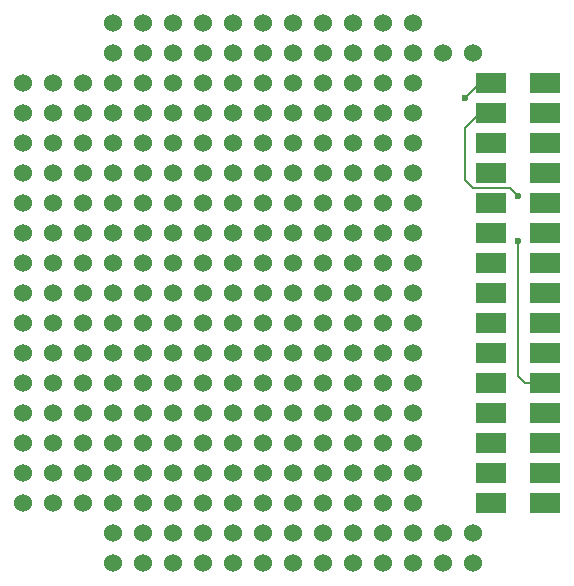
<source format=gbr>
%TF.GenerationSoftware,KiCad,Pcbnew,8.0.9-1.fc41*%
%TF.CreationDate,2025-08-14T11:22:57-07:00*%
%TF.ProjectId,adapter,61646170-7465-4722-9e6b-696361645f70,1.0*%
%TF.SameCoordinates,Original*%
%TF.FileFunction,Copper,L1,Top*%
%TF.FilePolarity,Positive*%
%FSLAX46Y46*%
G04 Gerber Fmt 4.6, Leading zero omitted, Abs format (unit mm)*
G04 Created by KiCad (PCBNEW 8.0.9-1.fc41) date 2025-08-14 11:22:57*
%MOMM*%
%LPD*%
G01*
G04 APERTURE LIST*
%TA.AperFunction,ComponentPad*%
%ADD10C,1.524000*%
%TD*%
%TA.AperFunction,SMDPad,CuDef*%
%ADD11R,2.600000X1.700000*%
%TD*%
%TA.AperFunction,ViaPad*%
%ADD12C,0.700000*%
%TD*%
%TA.AperFunction,ViaPad*%
%ADD13C,0.600000*%
%TD*%
%TA.AperFunction,Conductor*%
%ADD14C,0.200000*%
%TD*%
G04 APERTURE END LIST*
D10*
%TO.P,REF\u002A\u002A,0003*%
%TO.N,N/C*%
X109760000Y-102140000D03*
%TO.P,REF\u002A\u002A,0004*%
X112300000Y-102140000D03*
%TO.P,REF\u002A\u002A,0005*%
X114840000Y-102140000D03*
%TO.P,REF\u002A\u002A,0006*%
X117380000Y-102140000D03*
%TO.P,REF\u002A\u002A,0007*%
X119920000Y-102140000D03*
%TO.P,REF\u002A\u002A,0008*%
X122460000Y-102140000D03*
%TO.P,REF\u002A\u002A,0009*%
X125000000Y-102140000D03*
%TO.P,REF\u002A\u002A,0010*%
X127540000Y-102140000D03*
%TO.P,REF\u002A\u002A,0011*%
X130080000Y-102140000D03*
%TO.P,REF\u002A\u002A,0012*%
X132620000Y-102140000D03*
%TO.P,REF\u002A\u002A,0013*%
X135160000Y-102140000D03*
%TO.P,REF\u002A\u002A,0103*%
X109760000Y-104680000D03*
%TO.P,REF\u002A\u002A,0104*%
X112300000Y-104680000D03*
%TO.P,REF\u002A\u002A,0105*%
X114840000Y-104680000D03*
%TO.P,REF\u002A\u002A,0106*%
X117380000Y-104680000D03*
%TO.P,REF\u002A\u002A,0107*%
X119920000Y-104680000D03*
%TO.P,REF\u002A\u002A,0108*%
X122460000Y-104680000D03*
%TO.P,REF\u002A\u002A,0109*%
X125000000Y-104680000D03*
%TO.P,REF\u002A\u002A,0110*%
X127540000Y-104680000D03*
%TO.P,REF\u002A\u002A,0111*%
X130080000Y-104680000D03*
%TO.P,REF\u002A\u002A,0112*%
X132620000Y-104680000D03*
%TO.P,REF\u002A\u002A,0113*%
X135160000Y-104680000D03*
%TO.P,REF\u002A\u002A,0114*%
X137700000Y-104680000D03*
%TO.P,REF\u002A\u002A,0115*%
X140240000Y-104680000D03*
%TO.P,REF\u002A\u002A,0200*%
X102140000Y-107220000D03*
%TO.P,REF\u002A\u002A,0201*%
X104680000Y-107220000D03*
%TO.P,REF\u002A\u002A,0202*%
X107220000Y-107220000D03*
%TO.P,REF\u002A\u002A,0203*%
X109760000Y-107220000D03*
%TO.P,REF\u002A\u002A,0204*%
X112300000Y-107220000D03*
%TO.P,REF\u002A\u002A,0205*%
X114840000Y-107220000D03*
%TO.P,REF\u002A\u002A,0206*%
X117380000Y-107220000D03*
%TO.P,REF\u002A\u002A,0207*%
X119920000Y-107220000D03*
%TO.P,REF\u002A\u002A,0208*%
X122460000Y-107220000D03*
%TO.P,REF\u002A\u002A,0209*%
X125000000Y-107220000D03*
%TO.P,REF\u002A\u002A,0210*%
X127540000Y-107220000D03*
%TO.P,REF\u002A\u002A,0211*%
X130080000Y-107220000D03*
%TO.P,REF\u002A\u002A,0212*%
X132620000Y-107220000D03*
%TO.P,REF\u002A\u002A,0213*%
X135160000Y-107220000D03*
%TO.P,REF\u002A\u002A,0300*%
X102140000Y-109760000D03*
%TO.P,REF\u002A\u002A,0301*%
X104680000Y-109760000D03*
%TO.P,REF\u002A\u002A,0302*%
X107220000Y-109760000D03*
%TO.P,REF\u002A\u002A,0303*%
X109760000Y-109760000D03*
%TO.P,REF\u002A\u002A,0304*%
X112300000Y-109760000D03*
%TO.P,REF\u002A\u002A,0305*%
X114840000Y-109760000D03*
%TO.P,REF\u002A\u002A,0306*%
X117380000Y-109760000D03*
%TO.P,REF\u002A\u002A,0307*%
X119920000Y-109760000D03*
%TO.P,REF\u002A\u002A,0308*%
X122460000Y-109760000D03*
%TO.P,REF\u002A\u002A,0309*%
X125000000Y-109760000D03*
%TO.P,REF\u002A\u002A,0310*%
X127540000Y-109760000D03*
%TO.P,REF\u002A\u002A,0311*%
X130080000Y-109760000D03*
%TO.P,REF\u002A\u002A,0312*%
X132620000Y-109760000D03*
%TO.P,REF\u002A\u002A,0313*%
X135160000Y-109760000D03*
%TO.P,REF\u002A\u002A,0400*%
X102140000Y-112300000D03*
%TO.P,REF\u002A\u002A,0401*%
X104680000Y-112300000D03*
%TO.P,REF\u002A\u002A,0402*%
X107220000Y-112300000D03*
%TO.P,REF\u002A\u002A,0403*%
X109760000Y-112300000D03*
%TO.P,REF\u002A\u002A,0404*%
X112300000Y-112300000D03*
%TO.P,REF\u002A\u002A,0405*%
X114840000Y-112300000D03*
%TO.P,REF\u002A\u002A,0406*%
X117380000Y-112300000D03*
%TO.P,REF\u002A\u002A,0407*%
X119920000Y-112300000D03*
%TO.P,REF\u002A\u002A,0408*%
X122460000Y-112300000D03*
%TO.P,REF\u002A\u002A,0409*%
X125000000Y-112300000D03*
%TO.P,REF\u002A\u002A,0410*%
X127540000Y-112300000D03*
%TO.P,REF\u002A\u002A,0411*%
X130080000Y-112300000D03*
%TO.P,REF\u002A\u002A,0412*%
X132620000Y-112300000D03*
%TO.P,REF\u002A\u002A,0413*%
X135160000Y-112300000D03*
%TO.P,REF\u002A\u002A,0500*%
X102140000Y-114840000D03*
%TO.P,REF\u002A\u002A,0501*%
X104680000Y-114840000D03*
%TO.P,REF\u002A\u002A,0502*%
X107220000Y-114840000D03*
%TO.P,REF\u002A\u002A,0503*%
X109760000Y-114840000D03*
%TO.P,REF\u002A\u002A,0504*%
X112300000Y-114840000D03*
%TO.P,REF\u002A\u002A,0505*%
X114840000Y-114840000D03*
%TO.P,REF\u002A\u002A,0506*%
X117380000Y-114840000D03*
%TO.P,REF\u002A\u002A,0507*%
X119920000Y-114840000D03*
%TO.P,REF\u002A\u002A,0508*%
X122460000Y-114840000D03*
%TO.P,REF\u002A\u002A,0509*%
X125000000Y-114840000D03*
%TO.P,REF\u002A\u002A,0510*%
X127540000Y-114840000D03*
%TO.P,REF\u002A\u002A,0511*%
X130080000Y-114840000D03*
%TO.P,REF\u002A\u002A,0512*%
X132620000Y-114840000D03*
%TO.P,REF\u002A\u002A,0513*%
X135160000Y-114840000D03*
%TO.P,REF\u002A\u002A,0600*%
X102140000Y-117380000D03*
%TO.P,REF\u002A\u002A,0601*%
X104680000Y-117380000D03*
%TO.P,REF\u002A\u002A,0602*%
X107220000Y-117380000D03*
%TO.P,REF\u002A\u002A,0603*%
X109760000Y-117380000D03*
%TO.P,REF\u002A\u002A,0604*%
X112300000Y-117380000D03*
%TO.P,REF\u002A\u002A,0605*%
X114840000Y-117380000D03*
%TO.P,REF\u002A\u002A,0606*%
X117380000Y-117380000D03*
%TO.P,REF\u002A\u002A,0607*%
X119920000Y-117380000D03*
%TO.P,REF\u002A\u002A,0608*%
X122460000Y-117380000D03*
%TO.P,REF\u002A\u002A,0609*%
X125000000Y-117380000D03*
%TO.P,REF\u002A\u002A,0610*%
X127540000Y-117380000D03*
%TO.P,REF\u002A\u002A,0611*%
X130080000Y-117380000D03*
%TO.P,REF\u002A\u002A,0612*%
X132620000Y-117380000D03*
%TO.P,REF\u002A\u002A,0613*%
X135160000Y-117380000D03*
%TO.P,REF\u002A\u002A,0700*%
X102140000Y-119920000D03*
%TO.P,REF\u002A\u002A,0701*%
X104680000Y-119920000D03*
%TO.P,REF\u002A\u002A,0702*%
X107220000Y-119920000D03*
%TO.P,REF\u002A\u002A,0703*%
X109760000Y-119920000D03*
%TO.P,REF\u002A\u002A,0704*%
X112300000Y-119920000D03*
%TO.P,REF\u002A\u002A,0705*%
X114840000Y-119920000D03*
%TO.P,REF\u002A\u002A,0706*%
X117380000Y-119920000D03*
%TO.P,REF\u002A\u002A,0707*%
X119920000Y-119920000D03*
%TO.P,REF\u002A\u002A,0708*%
X122460000Y-119920000D03*
%TO.P,REF\u002A\u002A,0709*%
X125000000Y-119920000D03*
%TO.P,REF\u002A\u002A,0710*%
X127540000Y-119920000D03*
%TO.P,REF\u002A\u002A,0711*%
X130080000Y-119920000D03*
%TO.P,REF\u002A\u002A,0712*%
X132620000Y-119920000D03*
%TO.P,REF\u002A\u002A,0713*%
X135160000Y-119920000D03*
%TO.P,REF\u002A\u002A,0800*%
X102140000Y-122460000D03*
%TO.P,REF\u002A\u002A,0801*%
X104680000Y-122460000D03*
%TO.P,REF\u002A\u002A,0802*%
X107220000Y-122460000D03*
%TO.P,REF\u002A\u002A,0803*%
X109760000Y-122460000D03*
%TO.P,REF\u002A\u002A,0804*%
X112300000Y-122460000D03*
%TO.P,REF\u002A\u002A,0805*%
X114840000Y-122460000D03*
%TO.P,REF\u002A\u002A,0806*%
X117380000Y-122460000D03*
%TO.P,REF\u002A\u002A,0807*%
X119920000Y-122460000D03*
%TO.P,REF\u002A\u002A,0808*%
X122460000Y-122460000D03*
%TO.P,REF\u002A\u002A,0809*%
X125000000Y-122460000D03*
%TO.P,REF\u002A\u002A,0810*%
X127540000Y-122460000D03*
%TO.P,REF\u002A\u002A,0811*%
X130080000Y-122460000D03*
%TO.P,REF\u002A\u002A,0812*%
X132620000Y-122460000D03*
%TO.P,REF\u002A\u002A,0813*%
X135160000Y-122460000D03*
%TO.P,REF\u002A\u002A,0900*%
X102140000Y-125000000D03*
%TO.P,REF\u002A\u002A,0901*%
X104680000Y-125000000D03*
%TO.P,REF\u002A\u002A,0902*%
X107220000Y-125000000D03*
%TO.P,REF\u002A\u002A,0903*%
X109760000Y-125000000D03*
%TO.P,REF\u002A\u002A,0904*%
X112300000Y-125000000D03*
%TO.P,REF\u002A\u002A,0905*%
X114840000Y-125000000D03*
%TO.P,REF\u002A\u002A,0906*%
X117380000Y-125000000D03*
%TO.P,REF\u002A\u002A,0907*%
X119920000Y-125000000D03*
%TO.P,REF\u002A\u002A,0908*%
X122460000Y-125000000D03*
%TO.P,REF\u002A\u002A,0909*%
X125000000Y-125000000D03*
%TO.P,REF\u002A\u002A,0910*%
X127540000Y-125000000D03*
%TO.P,REF\u002A\u002A,0911*%
X130080000Y-125000000D03*
%TO.P,REF\u002A\u002A,0912*%
X132620000Y-125000000D03*
%TO.P,REF\u002A\u002A,0913*%
X135160000Y-125000000D03*
%TO.P,REF\u002A\u002A,1000*%
X102140000Y-127540000D03*
%TO.P,REF\u002A\u002A,1001*%
X104680000Y-127540000D03*
%TO.P,REF\u002A\u002A,1002*%
X107220000Y-127540000D03*
%TO.P,REF\u002A\u002A,1003*%
X109760000Y-127540000D03*
%TO.P,REF\u002A\u002A,1004*%
X112300000Y-127540000D03*
%TO.P,REF\u002A\u002A,1005*%
X114840000Y-127540000D03*
%TO.P,REF\u002A\u002A,1006*%
X117380000Y-127540000D03*
%TO.P,REF\u002A\u002A,1007*%
X119920000Y-127540000D03*
%TO.P,REF\u002A\u002A,1008*%
X122460000Y-127540000D03*
%TO.P,REF\u002A\u002A,1009*%
X125000000Y-127540000D03*
%TO.P,REF\u002A\u002A,1010*%
X127540000Y-127540000D03*
%TO.P,REF\u002A\u002A,1011*%
X130080000Y-127540000D03*
%TO.P,REF\u002A\u002A,1012*%
X132620000Y-127540000D03*
%TO.P,REF\u002A\u002A,1013*%
X135160000Y-127540000D03*
%TO.P,REF\u002A\u002A,1100*%
X102140000Y-130080000D03*
%TO.P,REF\u002A\u002A,1101*%
X104680000Y-130080000D03*
%TO.P,REF\u002A\u002A,1102*%
X107220000Y-130080000D03*
%TO.P,REF\u002A\u002A,1103*%
X109760000Y-130080000D03*
%TO.P,REF\u002A\u002A,1104*%
X112300000Y-130080000D03*
%TO.P,REF\u002A\u002A,1105*%
X114840000Y-130080000D03*
%TO.P,REF\u002A\u002A,1106*%
X117380000Y-130080000D03*
%TO.P,REF\u002A\u002A,1107*%
X119920000Y-130080000D03*
%TO.P,REF\u002A\u002A,1108*%
X122460000Y-130080000D03*
%TO.P,REF\u002A\u002A,1109*%
X125000000Y-130080000D03*
%TO.P,REF\u002A\u002A,1110*%
X127540000Y-130080000D03*
%TO.P,REF\u002A\u002A,1111*%
X130080000Y-130080000D03*
%TO.P,REF\u002A\u002A,1112*%
X132620000Y-130080000D03*
%TO.P,REF\u002A\u002A,1113*%
X135160000Y-130080000D03*
%TO.P,REF\u002A\u002A,1200*%
X102140000Y-132620000D03*
%TO.P,REF\u002A\u002A,1201*%
X104680000Y-132620000D03*
%TO.P,REF\u002A\u002A,1202*%
X107220000Y-132620000D03*
%TO.P,REF\u002A\u002A,1203*%
X109760000Y-132620000D03*
%TO.P,REF\u002A\u002A,1204*%
X112300000Y-132620000D03*
%TO.P,REF\u002A\u002A,1205*%
X114840000Y-132620000D03*
%TO.P,REF\u002A\u002A,1206*%
X117380000Y-132620000D03*
%TO.P,REF\u002A\u002A,1207*%
X119920000Y-132620000D03*
%TO.P,REF\u002A\u002A,1208*%
X122460000Y-132620000D03*
%TO.P,REF\u002A\u002A,1209*%
X125000000Y-132620000D03*
%TO.P,REF\u002A\u002A,1210*%
X127540000Y-132620000D03*
%TO.P,REF\u002A\u002A,1211*%
X130080000Y-132620000D03*
%TO.P,REF\u002A\u002A,1212*%
X132620000Y-132620000D03*
%TO.P,REF\u002A\u002A,1213*%
X135160000Y-132620000D03*
%TO.P,REF\u002A\u002A,1300*%
X102140000Y-135160000D03*
%TO.P,REF\u002A\u002A,1301*%
X104680000Y-135160000D03*
%TO.P,REF\u002A\u002A,1302*%
X107220000Y-135160000D03*
%TO.P,REF\u002A\u002A,1303*%
X109760000Y-135160000D03*
%TO.P,REF\u002A\u002A,1304*%
X112300000Y-135160000D03*
%TO.P,REF\u002A\u002A,1305*%
X114840000Y-135160000D03*
%TO.P,REF\u002A\u002A,1306*%
X117380000Y-135160000D03*
%TO.P,REF\u002A\u002A,1307*%
X119920000Y-135160000D03*
%TO.P,REF\u002A\u002A,1308*%
X122460000Y-135160000D03*
%TO.P,REF\u002A\u002A,1309*%
X125000000Y-135160000D03*
%TO.P,REF\u002A\u002A,1310*%
X127540000Y-135160000D03*
%TO.P,REF\u002A\u002A,1311*%
X130080000Y-135160000D03*
%TO.P,REF\u002A\u002A,1312*%
X132620000Y-135160000D03*
%TO.P,REF\u002A\u002A,1313*%
X135160000Y-135160000D03*
%TO.P,REF\u002A\u002A,1400*%
X102140000Y-137700000D03*
%TO.P,REF\u002A\u002A,1401*%
X104680000Y-137700000D03*
%TO.P,REF\u002A\u002A,1402*%
X107220000Y-137700000D03*
%TO.P,REF\u002A\u002A,1403*%
X109760000Y-137700000D03*
%TO.P,REF\u002A\u002A,1404*%
X112300000Y-137700000D03*
%TO.P,REF\u002A\u002A,1405*%
X114840000Y-137700000D03*
%TO.P,REF\u002A\u002A,1406*%
X117380000Y-137700000D03*
%TO.P,REF\u002A\u002A,1407*%
X119920000Y-137700000D03*
%TO.P,REF\u002A\u002A,1408*%
X122460000Y-137700000D03*
%TO.P,REF\u002A\u002A,1409*%
X125000000Y-137700000D03*
%TO.P,REF\u002A\u002A,1410*%
X127540000Y-137700000D03*
%TO.P,REF\u002A\u002A,1411*%
X130080000Y-137700000D03*
%TO.P,REF\u002A\u002A,1412*%
X132620000Y-137700000D03*
%TO.P,REF\u002A\u002A,1413*%
X135160000Y-137700000D03*
%TO.P,REF\u002A\u002A,1500*%
X102140000Y-140240000D03*
%TO.P,REF\u002A\u002A,1501*%
X104680000Y-140240000D03*
%TO.P,REF\u002A\u002A,1502*%
X107220000Y-140240000D03*
%TO.P,REF\u002A\u002A,1503*%
X109760000Y-140240000D03*
%TO.P,REF\u002A\u002A,1504*%
X112300000Y-140240000D03*
%TO.P,REF\u002A\u002A,1505*%
X114840000Y-140240000D03*
%TO.P,REF\u002A\u002A,1506*%
X117380000Y-140240000D03*
%TO.P,REF\u002A\u002A,1507*%
X119920000Y-140240000D03*
%TO.P,REF\u002A\u002A,1508*%
X122460000Y-140240000D03*
%TO.P,REF\u002A\u002A,1509*%
X125000000Y-140240000D03*
%TO.P,REF\u002A\u002A,1510*%
X127540000Y-140240000D03*
%TO.P,REF\u002A\u002A,1511*%
X130080000Y-140240000D03*
%TO.P,REF\u002A\u002A,1512*%
X132620000Y-140240000D03*
%TO.P,REF\u002A\u002A,1513*%
X135160000Y-140240000D03*
%TO.P,REF\u002A\u002A,1600*%
X102140000Y-142780000D03*
%TO.P,REF\u002A\u002A,1601*%
X104680000Y-142780000D03*
%TO.P,REF\u002A\u002A,1602*%
X107220000Y-142780000D03*
%TO.P,REF\u002A\u002A,1603*%
X109760000Y-142780000D03*
%TO.P,REF\u002A\u002A,1604*%
X112300000Y-142780000D03*
%TO.P,REF\u002A\u002A,1605*%
X114840000Y-142780000D03*
%TO.P,REF\u002A\u002A,1606*%
X117380000Y-142780000D03*
%TO.P,REF\u002A\u002A,1607*%
X119920000Y-142780000D03*
%TO.P,REF\u002A\u002A,1608*%
X122460000Y-142780000D03*
%TO.P,REF\u002A\u002A,1609*%
X125000000Y-142780000D03*
%TO.P,REF\u002A\u002A,1610*%
X127540000Y-142780000D03*
%TO.P,REF\u002A\u002A,1611*%
X130080000Y-142780000D03*
%TO.P,REF\u002A\u002A,1612*%
X132620000Y-142780000D03*
%TO.P,REF\u002A\u002A,1613*%
X135160000Y-142780000D03*
%TO.P,REF\u002A\u002A,1703*%
X109760000Y-145320000D03*
%TO.P,REF\u002A\u002A,1704*%
X112300000Y-145320000D03*
%TO.P,REF\u002A\u002A,1705*%
X114840000Y-145320000D03*
%TO.P,REF\u002A\u002A,1706*%
X117380000Y-145320000D03*
%TO.P,REF\u002A\u002A,1707*%
X119920000Y-145320000D03*
%TO.P,REF\u002A\u002A,1708*%
X122460000Y-145320000D03*
%TO.P,REF\u002A\u002A,1709*%
X125000000Y-145320000D03*
%TO.P,REF\u002A\u002A,1710*%
X127540000Y-145320000D03*
%TO.P,REF\u002A\u002A,1711*%
X130080000Y-145320000D03*
%TO.P,REF\u002A\u002A,1712*%
X132620000Y-145320000D03*
%TO.P,REF\u002A\u002A,1713*%
X135160000Y-145320000D03*
%TO.P,REF\u002A\u002A,1714*%
X137700000Y-145320000D03*
%TO.P,REF\u002A\u002A,1715*%
X140240000Y-145320000D03*
%TO.P,REF\u002A\u002A,1803*%
X109760000Y-147860000D03*
%TO.P,REF\u002A\u002A,1804*%
X112300000Y-147860000D03*
%TO.P,REF\u002A\u002A,1805*%
X114840000Y-147860000D03*
%TO.P,REF\u002A\u002A,1806*%
X117380000Y-147860000D03*
%TO.P,REF\u002A\u002A,1807*%
X119920000Y-147860000D03*
%TO.P,REF\u002A\u002A,1808*%
X122460000Y-147860000D03*
%TO.P,REF\u002A\u002A,1809*%
X125000000Y-147860000D03*
%TO.P,REF\u002A\u002A,1810*%
X127540000Y-147860000D03*
%TO.P,REF\u002A\u002A,1811*%
X130080000Y-147860000D03*
%TO.P,REF\u002A\u002A,1812*%
X132620000Y-147860000D03*
%TO.P,REF\u002A\u002A,1813*%
X135160000Y-147860000D03*
%TO.P,REF\u002A\u002A,1814*%
X137700000Y-147860000D03*
%TO.P,REF\u002A\u002A,1815*%
X140240000Y-147860000D03*
%TD*%
D11*
%TO.P,J1,000,GND*%
%TO.N,/GND0*%
X146350000Y-107220000D03*
%TO.P,J1,001,GND*%
%TO.N,/GND1*%
X146350000Y-109760000D03*
%TO.P,J1,002,GND*%
%TO.N,/GND2*%
X146350000Y-112300000D03*
%TO.P,J1,003,G37\u00B7SPI_MOSI*%
%TO.N,unconnected-(J1-G37\u00B7SPI_MOSI-Pad003)*%
X146350000Y-114840000D03*
%TO.P,J1,004,G35\u00B7SPI_MISO*%
%TO.N,unconnected-(J1-G35\u00B7SPI_MISO-Pad004)*%
X146350000Y-117380000D03*
%TO.P,J1,005,G36\u00B7SPI_CLK*%
%TO.N,unconnected-(J1-G36\u00B7SPI_CLK-Pad005)*%
X146350000Y-119920000D03*
%TO.P,J1,006,G44/RXD0\u00B7*%
%TO.N,/G44{slash}RXD0\u00B7*%
X146350000Y-122460000D03*
%TO.P,J1,007,G18/PC_RX\u00B7*%
%TO.N,/G18{slash}PC_RX\u00B7*%
X146350000Y-125000000D03*
%TO.P,J1,008,G12/In_SDA\u00B7*%
%TO.N,/G12{slash}In_SDA\u00B7*%
X146350000Y-127540000D03*
%TO.P,J1,009,G2/PA_SDA\u00B7*%
%TO.N,/G2{slash}PA_SDA\u00B7*%
X146350000Y-130080000D03*
%TO.P,J1,010,G6\u00B7*%
%TO.N,/G6\u00B7SPI_CLK*%
X146350000Y-132620000D03*
%TO.P,J1,011,G13/I2S_DOUT\u00B7RS232_TX/RS485_TX*%
%TO.N,/G13{slash}I2S_DOUT\u00B7RS232_TX{slash}RS485_TX*%
X146350000Y-135160000D03*
%TO.P,J1,012,HPWR*%
%TO.N,/HPWR0*%
X146350000Y-137700000D03*
%TO.P,J1,013,HPWR*%
%TO.N,/HPWR1*%
X146350000Y-140240000D03*
%TO.P,J1,014,HPWR*%
%TO.N,/HPWR2*%
X146350000Y-142780000D03*
%TO.P,J1,100,G10\u00B7*%
%TO.N,/G10\u00B7SPI_MOSI*%
X141750000Y-107220000D03*
%TO.P,J1,101,G8\u00B7*%
%TO.N,/G8\u00B7SPI_MISO*%
X141750000Y-109760000D03*
%TO.P,J1,102,RST/EN\u00B7*%
%TO.N,/RST{slash}EN\u00B7*%
X141750000Y-112300000D03*
%TO.P,J1,103,G5\u00B7*%
%TO.N,/G5\u00B7*%
X141750000Y-114840000D03*
%TO.P,J1,104,G9\u00B7CS*%
%TO.N,/G9\u00B7CS*%
X141750000Y-117380000D03*
%TO.P,J1,105,3V3*%
%TO.N,/3V3*%
X141750000Y-119920000D03*
%TO.P,J1,106,G43/TXD0\u00B7*%
%TO.N,/G43{slash}TXD0\u00B7*%
X141750000Y-122460000D03*
%TO.P,J1,107,G17/PC_TX\u00B7*%
%TO.N,/G17{slash}PC_TX\u00B7*%
X141750000Y-125000000D03*
%TO.P,J1,108,G11/In_SCL\u00B7*%
%TO.N,/G11{slash}In_CL\u00B7*%
X141750000Y-127540000D03*
%TO.P,J1,109,G1/PA_SCL\u00B7RS232_RX/RS485_RX*%
%TO.N,/G1{slash}PA_SCL\u00B7RS232_RX{slash}RS485_RX*%
X141750000Y-130080000D03*
%TO.P,J1,110,G7\u00B7RST*%
%TO.N,/G7\u00B7RST*%
X141750000Y-132620000D03*
%TO.P,J1,111,G0/I2S_LRCK\u00B7*%
%TO.N,/G0{slash}I2S_LRCK\u00B7*%
X141750000Y-135160000D03*
%TO.P,J1,112,G14/I2S_DIN\u00B7INT*%
%TO.N,/G14{slash}I2S_DIN\u00B7INT*%
X141750000Y-137700000D03*
%TO.P,J1,113,5V*%
%TO.N,/5V*%
X141750000Y-140240000D03*
%TO.P,J1,114,BAT*%
%TO.N,/BAT*%
X141750000Y-142780000D03*
%TD*%
D12*
%TO.N,/BAT*%
X141000000Y-142780000D03*
X142500000Y-142780000D03*
%TO.N,/G9\u00B7CS*%
X142500000Y-117380000D03*
X141000000Y-117380000D03*
%TO.N,/G13{slash}I2S_DOUT\u00B7RS232_TX{slash}RS485_TX*%
X145600000Y-135160000D03*
X147100000Y-135160000D03*
%TO.N,/G43{slash}TXD0\u00B7*%
X142500000Y-122460000D03*
X141000000Y-122460000D03*
%TO.N,/HPWR0*%
X147100000Y-137700000D03*
X145600000Y-137700000D03*
%TO.N,/G0{slash}I2S_LRCK\u00B7*%
X141000000Y-135160000D03*
X142500000Y-135160000D03*
%TO.N,/G5\u00B7*%
X142500000Y-114840000D03*
X141000000Y-114840000D03*
%TO.N,/GND1*%
X147100000Y-109760000D03*
X145600000Y-109760000D03*
D13*
%TO.N,/G6\u00B7SPI_CLK*%
X144050000Y-120555000D03*
D12*
%TO.N,/G44{slash}RXD0\u00B7*%
X145600000Y-122460000D03*
X147100000Y-122460000D03*
%TO.N,/G12{slash}In_SDA\u00B7*%
X145600000Y-127540000D03*
X147100000Y-127540000D03*
%TO.N,/HPWR1*%
X147100000Y-140240000D03*
X145600000Y-140240000D03*
%TO.N,/G17{slash}PC_TX\u00B7*%
X142500000Y-125000000D03*
X141000000Y-125000000D03*
%TO.N,/GND0*%
X145600000Y-107220000D03*
X147100000Y-107220000D03*
%TO.N,/GND2*%
X145600000Y-112300000D03*
X147100000Y-112300000D03*
%TO.N,/3V3*%
X142500000Y-119920000D03*
X141000000Y-119920000D03*
D13*
%TO.N,/G10\u00B7SPI_MOSI*%
X139605000Y-108490000D03*
D12*
%TO.N,/G1{slash}PA_SCL\u00B7RS232_RX{slash}RS485_RX*%
X142500000Y-130080000D03*
X141000000Y-130080000D03*
%TO.N,/G18{slash}PC_RX\u00B7*%
X147100000Y-125000000D03*
X145600000Y-125000000D03*
%TO.N,/HPWR2*%
X145600000Y-142780000D03*
X147100000Y-142780000D03*
D13*
%TO.N,/G8\u00B7SPI_MISO*%
X144050000Y-116745000D03*
D12*
%TO.N,/RST{slash}EN\u00B7*%
X142500000Y-112300000D03*
X141000000Y-112300000D03*
%TO.N,/G14{slash}I2S_DIN\u00B7INT*%
X141000000Y-137700000D03*
X142500000Y-137700000D03*
%TO.N,/G2{slash}PA_SDA\u00B7*%
X147100000Y-130080000D03*
X145600000Y-130080000D03*
%TO.N,/5V*%
X141000000Y-140240000D03*
X142500000Y-140240000D03*
%TO.N,/G11{slash}In_CL\u00B7*%
X141000000Y-127540000D03*
X142500000Y-127540000D03*
%TO.N,/G7\u00B7RST*%
X141000000Y-132620000D03*
X142500000Y-132620000D03*
%TD*%
D14*
%TO.N,/G6\u00B7SPI_CLK*%
X144685000Y-132620000D02*
X144050000Y-131985000D01*
X146350000Y-132620000D02*
X144685000Y-132620000D01*
X144050000Y-131985000D02*
X144050000Y-120555000D01*
%TO.N,/G10\u00B7SPI_MOSI*%
X141750000Y-107220000D02*
X140875000Y-107220000D01*
X140875000Y-107220000D02*
X139605000Y-108490000D01*
%TO.N,/G8\u00B7SPI_MISO*%
X139605000Y-111030000D02*
X139605000Y-115445000D01*
X143415000Y-116110000D02*
X144050000Y-116745000D01*
X140270000Y-116110000D02*
X143415000Y-116110000D01*
X140875000Y-109760000D02*
X139605000Y-111030000D01*
X139605000Y-115445000D02*
X140270000Y-116110000D01*
X141750000Y-109760000D02*
X140875000Y-109760000D01*
%TD*%
M02*

</source>
